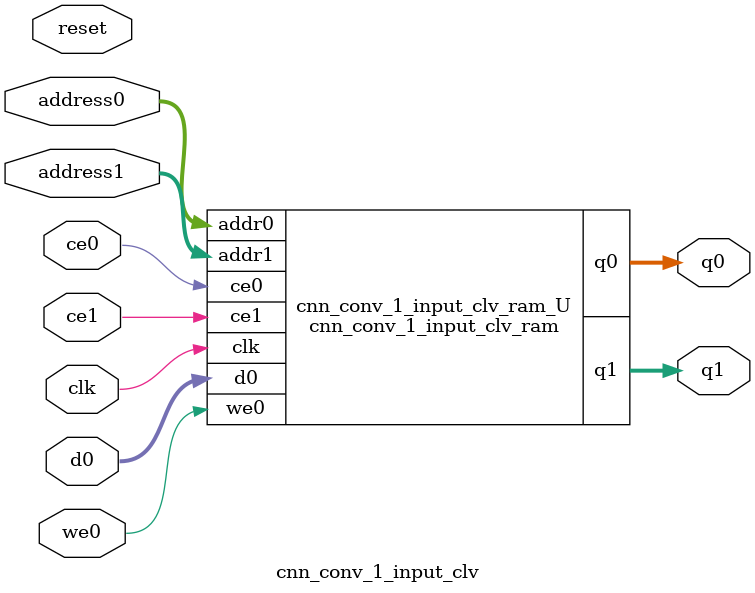
<source format=v>
`timescale 1 ns / 1 ps
module cnn_conv_1_input_clv_ram (addr0, ce0, d0, we0, q0, addr1, ce1, q1,  clk);

parameter DWIDTH = 14;
parameter AWIDTH = 7;
parameter MEM_SIZE = 100;

input[AWIDTH-1:0] addr0;
input ce0;
input[DWIDTH-1:0] d0;
input we0;
output reg[DWIDTH-1:0] q0;
input[AWIDTH-1:0] addr1;
input ce1;
output reg[DWIDTH-1:0] q1;
input clk;

(* ram_style = "block" *)reg [DWIDTH-1:0] ram[0:MEM_SIZE-1];




always @(posedge clk)  
begin 
    if (ce0) 
    begin
        if (we0) 
        begin 
            ram[addr0] <= d0; 
        end 
        q0 <= ram[addr0];
    end
end


always @(posedge clk)  
begin 
    if (ce1) 
    begin
        q1 <= ram[addr1];
    end
end


endmodule

`timescale 1 ns / 1 ps
module cnn_conv_1_input_clv(
    reset,
    clk,
    address0,
    ce0,
    we0,
    d0,
    q0,
    address1,
    ce1,
    q1);

parameter DataWidth = 32'd14;
parameter AddressRange = 32'd100;
parameter AddressWidth = 32'd7;
input reset;
input clk;
input[AddressWidth - 1:0] address0;
input ce0;
input we0;
input[DataWidth - 1:0] d0;
output[DataWidth - 1:0] q0;
input[AddressWidth - 1:0] address1;
input ce1;
output[DataWidth - 1:0] q1;



cnn_conv_1_input_clv_ram cnn_conv_1_input_clv_ram_U(
    .clk( clk ),
    .addr0( address0 ),
    .ce0( ce0 ),
    .we0( we0 ),
    .d0( d0 ),
    .q0( q0 ),
    .addr1( address1 ),
    .ce1( ce1 ),
    .q1( q1 ));

endmodule


</source>
